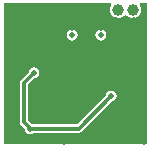
<source format=gbl>
G04*
G04 #@! TF.GenerationSoftware,Altium Limited,Altium Designer,19.0.10 (269)*
G04*
G04 Layer_Physical_Order=4*
G04 Layer_Color=16711680*
%FSLAX24Y24*%
%MOIN*%
G70*
G01*
G75*
%ADD31C,0.0118*%
%ADD38C,0.0394*%
%ADD39C,0.0197*%
%ADD41C,0.0169*%
G36*
X2360Y-2517D02*
X-2419D01*
Y2182D01*
X1147D01*
X1172Y2132D01*
X1153Y2107D01*
X1125Y2040D01*
X1116Y1969D01*
X1125Y1897D01*
X1153Y1830D01*
X1197Y1772D01*
X1255Y1728D01*
X1322Y1700D01*
X1394Y1691D01*
X1466Y1700D01*
X1533Y1728D01*
X1590Y1772D01*
X1613Y1801D01*
X1675D01*
X1697Y1772D01*
X1755Y1728D01*
X1822Y1700D01*
X1894Y1691D01*
X1966Y1700D01*
X2033Y1728D01*
X2090Y1772D01*
X2134Y1830D01*
X2162Y1897D01*
X2172Y1969D01*
X2162Y2040D01*
X2134Y2107D01*
X2115Y2132D01*
X2140Y2182D01*
X2360D01*
Y-2517D01*
D02*
G37*
%LPC*%
G36*
X817Y1303D02*
X748Y1289D01*
X689Y1250D01*
X650Y1191D01*
X636Y1122D01*
X650Y1053D01*
X689Y994D01*
X748Y955D01*
X817Y941D01*
X886Y955D01*
X945Y994D01*
X984Y1053D01*
X998Y1122D01*
X984Y1191D01*
X945Y1250D01*
X886Y1289D01*
X817Y1303D01*
D02*
G37*
G36*
X-128D02*
X-197Y1289D01*
X-256Y1250D01*
X-295Y1191D01*
X-309Y1122D01*
X-295Y1053D01*
X-256Y994D01*
X-197Y955D01*
X-128Y941D01*
X-59Y955D01*
X-0Y994D01*
X39Y1053D01*
X53Y1122D01*
X39Y1191D01*
X-0Y1250D01*
X-59Y1289D01*
X-128Y1303D01*
D02*
G37*
G36*
X-1407Y54D02*
X-1476Y40D01*
X-1535Y1D01*
X-1574Y-58D01*
X-1583Y-105D01*
X-1839Y-361D01*
X-1870Y-407D01*
X-1880Y-460D01*
Y-1780D01*
X-1870Y-1834D01*
X-1839Y-1879D01*
X-1719Y-2000D01*
X-1707Y-2059D01*
X-1668Y-2118D01*
X-1609Y-2157D01*
X-1540Y-2171D01*
X-1471Y-2157D01*
X-1431Y-2130D01*
X86D01*
X140Y-2120D01*
X186Y-2089D01*
X1194Y-1082D01*
X1240Y-1072D01*
X1299Y-1033D01*
X1338Y-974D01*
X1352Y-905D01*
X1338Y-836D01*
X1299Y-778D01*
X1240Y-738D01*
X1171Y-725D01*
X1102Y-738D01*
X1043Y-778D01*
X1004Y-836D01*
X995Y-883D01*
X28Y-1850D01*
X-1431D01*
X-1471Y-1823D01*
X-1505Y-1816D01*
X-1600Y-1722D01*
Y-519D01*
X-1384Y-303D01*
X-1338Y-294D01*
X-1279Y-255D01*
X-1240Y-196D01*
X-1226Y-127D01*
X-1240Y-58D01*
X-1279Y1D01*
X-1338Y40D01*
X-1407Y54D01*
D02*
G37*
%LPD*%
D31*
X-1740Y-460D02*
X-1407Y-127D01*
X-1540Y-1990D02*
X86D01*
X1171Y-905D01*
X-1740Y-1780D02*
X-1538Y-1982D01*
X-1740Y-1780D02*
Y-460D01*
D38*
X1394Y1969D02*
D03*
X1894D02*
D03*
D39*
X1144Y-2246D02*
D03*
X1813Y-966D02*
D03*
X1526Y-758D02*
D03*
X1171Y-905D02*
D03*
X1969Y837D02*
D03*
X-1199Y929D02*
D03*
X-2303Y-287D02*
D03*
X-1939Y413D02*
D03*
X-1407Y-127D02*
D03*
X974Y2087D02*
D03*
X1333Y1614D02*
D03*
X1943D02*
D03*
X-420Y-2421D02*
D03*
X-1540Y-1990D02*
D03*
X-360Y-1130D02*
D03*
X-374Y-1374D02*
D03*
X-1490Y-1350D02*
D03*
X1821Y-389D02*
D03*
X2244Y249D02*
D03*
Y-389D02*
D03*
X1821Y249D02*
D03*
X1148Y190D02*
D03*
X924Y-303D02*
D03*
X1440Y-380D02*
D03*
X817Y1122D02*
D03*
X-128D02*
D03*
X-127Y1366D02*
D03*
X817D02*
D03*
X-1870Y-2006D02*
D03*
X-1250Y2087D02*
D03*
X-807D02*
D03*
X1526Y815D02*
D03*
X2244Y1299D02*
D03*
X-1921Y2077D02*
D03*
X-1810Y1290D02*
D03*
X-2303Y1368D02*
D03*
Y2077D02*
D03*
X-1190Y-2350D02*
D03*
X-2303Y-2402D02*
D03*
X2254Y2087D02*
D03*
X2264Y-1171D02*
D03*
Y-2421D02*
D03*
X320Y-2190D02*
D03*
D41*
X67Y-72D02*
D03*
X-263Y-50D02*
D03*
M02*

</source>
